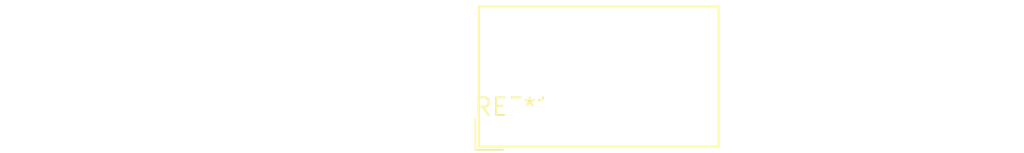
<source format=kicad_pcb>
(kicad_pcb (version 20240108) (generator pcbnew)
  (layers (0 "F.Cu" signal) (31 "B.Cu" signal) (34 "B.Paste" user) (35 "F.Paste" user) (36 "B.SilkS" user "B.Silkscreen") (37 "F.SilkS" user "F.Silkscreen") (38 "B.Mask" user) (39 "F.Mask" user) (44 "Edge.Cuts" user))
  (net 0 "")
  (footprint "TerminalBlock_Phoenix_PTSM-0,5-6-2.5-H-THR_1x06_P2.50mm_Horizontal" (layer "F.Cu") (at 0 0)
    (property "Reference" "REF**")
    (property "Value" "TerminalBlock_Phoenix_PTSM-0,5-6-2.5-H-THR_1x06_P2.50mm_Horizontal")
    (fp_line (start -2.65 0.86) (end -2.65 3.1) (layer "F.SilkS") (stroke (width 0.12)))
    (fp_line (start -2.65 3.1) (end -0.65 3.1) (layer "F.SilkS") (stroke (width 0.12)))
    (fp_line (start -2.41 -7.26) (end -2.41 2.86) (layer "F.SilkS") (stroke (width 0.12)))
    (fp_line (start -2.41 -7.26) (end 14.91 -7.26) (layer "F.SilkS") (stroke (width 0.12)))
    (fp_line (start -2.41 2.86) (end 14.91 2.86) (layer "F.SilkS") (stroke (width 0.12)))
    (fp_line (start 14.91 -7.26) (end 14.91 2.86) (layer "F.SilkS") (stroke (width 0.12)))
    (pad "1" thru_hole rect (at 0 -5) (size 1.8 3) (drill 1.2) (layers *.Cu *.Mask) (remove_unused_layers))
    (pad "1" thru_hole rect (at 0 0) (size 1.8 3) (drill 1.2) (layers *.Cu *.Mask) (remove_unused_layers))
    (pad "2" thru_hole oval (at 2.5 -5) (size 1.8 3) (drill 1.2) (layers *.Cu *.Mask) (remove_unused_layers))
    (pad "2" thru_hole oval (at 2.5 0) (size 1.8 3) (drill 1.2) (layers *.Cu *.Mask) (remove_unused_layers))
    (pad "3" thru_hole oval (at 5 -5) (size 1.8 3) (drill 1.2) (layers *.Cu *.Mask) (remove_unused_layers))
    (pad "3" thru_hole oval (at 5 0) (size 1.8 3) (drill 1.2) (layers *.Cu *.Mask) (remove_unused_layers))
    (pad "4" thru_hole oval (at 7.5 -5) (size 1.8 3) (drill 1.2) (layers *.Cu *.Mask) (remove_unused_layers))
    (pad "4" thru_hole oval (at 7.5 0) (size 1.8 3) (drill 1.2) (layers *.Cu *.Mask) (remove_unused_layers))
    (pad "5" thru_hole oval (at 10 -5) (size 1.8 3) (drill 1.2) (layers *.Cu *.Mask) (remove_unused_layers))
    (pad "5" thru_hole oval (at 10 0) (size 1.8 3) (drill 1.2) (layers *.Cu *.Mask) (remove_unused_layers))
    (pad "6" thru_hole oval (at 12.5 -5) (size 1.8 3) (drill 1.2) (layers *.Cu *.Mask) (remove_unused_layers))
    (pad "6" thru_hole oval (at 12.5 0) (size 1.8 3) (drill 1.2) (layers *.Cu *.Mask) (remove_unused_layers))
  )
)
</source>
